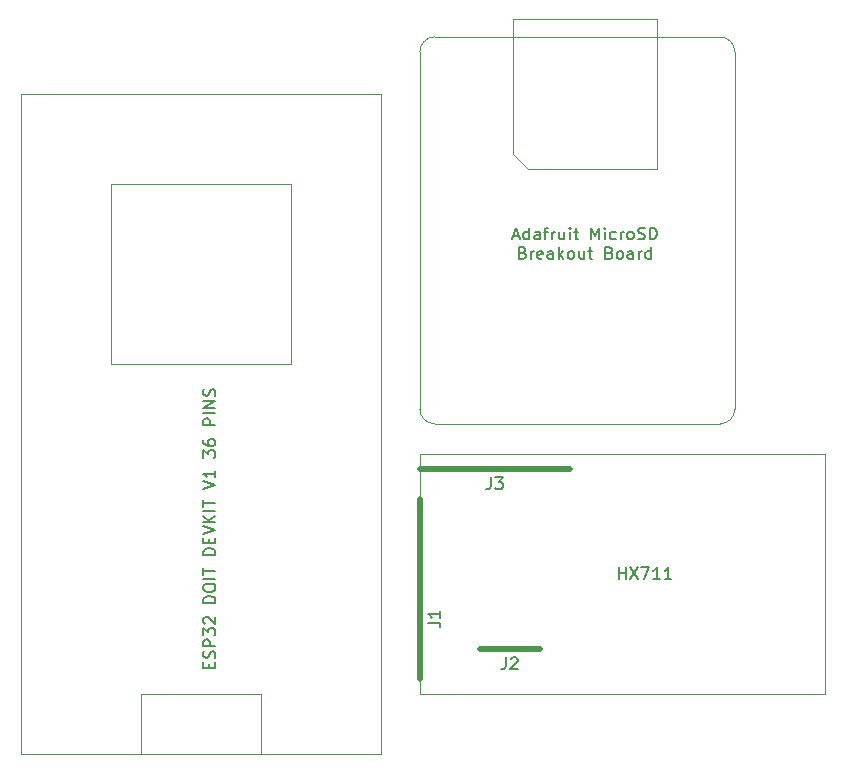
<source format=gbr>
G04 #@! TF.GenerationSoftware,KiCad,Pcbnew,(5.1.0)-1*
G04 #@! TF.CreationDate,2019-07-02T12:10:51+02:00*
G04 #@! TF.ProjectId,LCP,4c43502e-6b69-4636-9164-5f7063625858,rev?*
G04 #@! TF.SameCoordinates,PX60e4b00PY6350ce0*
G04 #@! TF.FileFunction,Legend,Top*
G04 #@! TF.FilePolarity,Positive*
%FSLAX46Y46*%
G04 Gerber Fmt 4.6, Leading zero omitted, Abs format (unit mm)*
G04 Created by KiCad (PCBNEW (5.1.0)-1) date 2019-07-02 12:10:51*
%MOMM*%
%LPD*%
G04 APERTURE LIST*
%ADD10C,0.150000*%
%ADD11C,0.500000*%
%ADD12C,0.120000*%
G04 APERTURE END LIST*
D10*
X41576666Y24677620D02*
X41576666Y23963334D01*
X41529047Y23820477D01*
X41433809Y23725239D01*
X41290952Y23677620D01*
X41195714Y23677620D01*
X41957619Y24677620D02*
X42576666Y24677620D01*
X42243333Y24296667D01*
X42386190Y24296667D01*
X42481428Y24249048D01*
X42529047Y24201429D01*
X42576666Y24106191D01*
X42576666Y23868096D01*
X42529047Y23772858D01*
X42481428Y23725239D01*
X42386190Y23677620D01*
X42100476Y23677620D01*
X42005238Y23725239D01*
X41957619Y23772858D01*
X42846666Y9437620D02*
X42846666Y8723334D01*
X42799047Y8580477D01*
X42703809Y8485239D01*
X42560952Y8437620D01*
X42465714Y8437620D01*
X43275238Y9342381D02*
X43322857Y9390000D01*
X43418095Y9437620D01*
X43656190Y9437620D01*
X43751428Y9390000D01*
X43799047Y9342381D01*
X43846666Y9247143D01*
X43846666Y9151905D01*
X43799047Y9009048D01*
X43227619Y8437620D01*
X43846666Y8437620D01*
X36282380Y12366667D02*
X36996666Y12366667D01*
X37139523Y12319048D01*
X37234761Y12223810D01*
X37282380Y12080953D01*
X37282380Y11985715D01*
X37282380Y13366667D02*
X37282380Y12795239D01*
X37282380Y13080953D02*
X36282380Y13080953D01*
X36425238Y12985715D01*
X36520476Y12890477D01*
X36568095Y12795239D01*
X52419523Y16057620D02*
X52419523Y17057620D01*
X52419523Y16581429D02*
X52990952Y16581429D01*
X52990952Y16057620D02*
X52990952Y17057620D01*
X53371904Y17057620D02*
X54038571Y16057620D01*
X54038571Y17057620D02*
X53371904Y16057620D01*
X54324285Y17057620D02*
X54990952Y17057620D01*
X54562380Y16057620D01*
X55895714Y16057620D02*
X55324285Y16057620D01*
X55610000Y16057620D02*
X55610000Y17057620D01*
X55514761Y16914762D01*
X55419523Y16819524D01*
X55324285Y16771905D01*
X56848095Y16057620D02*
X56276666Y16057620D01*
X56562380Y16057620D02*
X56562380Y17057620D01*
X56467142Y16914762D01*
X56371904Y16819524D01*
X56276666Y16771905D01*
X43458571Y45108334D02*
X43934761Y45108334D01*
X43363333Y44822620D02*
X43696666Y45822620D01*
X44030000Y44822620D01*
X44791904Y44822620D02*
X44791904Y45822620D01*
X44791904Y44870239D02*
X44696666Y44822620D01*
X44506190Y44822620D01*
X44410952Y44870239D01*
X44363333Y44917858D01*
X44315714Y45013096D01*
X44315714Y45298810D01*
X44363333Y45394048D01*
X44410952Y45441667D01*
X44506190Y45489286D01*
X44696666Y45489286D01*
X44791904Y45441667D01*
X45696666Y44822620D02*
X45696666Y45346429D01*
X45649047Y45441667D01*
X45553809Y45489286D01*
X45363333Y45489286D01*
X45268095Y45441667D01*
X45696666Y44870239D02*
X45601428Y44822620D01*
X45363333Y44822620D01*
X45268095Y44870239D01*
X45220476Y44965477D01*
X45220476Y45060715D01*
X45268095Y45155953D01*
X45363333Y45203572D01*
X45601428Y45203572D01*
X45696666Y45251191D01*
X46030000Y45489286D02*
X46410952Y45489286D01*
X46172857Y44822620D02*
X46172857Y45679762D01*
X46220476Y45775000D01*
X46315714Y45822620D01*
X46410952Y45822620D01*
X46744285Y44822620D02*
X46744285Y45489286D01*
X46744285Y45298810D02*
X46791904Y45394048D01*
X46839523Y45441667D01*
X46934761Y45489286D01*
X47030000Y45489286D01*
X47791904Y45489286D02*
X47791904Y44822620D01*
X47363333Y45489286D02*
X47363333Y44965477D01*
X47410952Y44870239D01*
X47506190Y44822620D01*
X47649047Y44822620D01*
X47744285Y44870239D01*
X47791904Y44917858D01*
X48268095Y44822620D02*
X48268095Y45489286D01*
X48268095Y45822620D02*
X48220476Y45775000D01*
X48268095Y45727381D01*
X48315714Y45775000D01*
X48268095Y45822620D01*
X48268095Y45727381D01*
X48601428Y45489286D02*
X48982380Y45489286D01*
X48744285Y45822620D02*
X48744285Y44965477D01*
X48791904Y44870239D01*
X48887142Y44822620D01*
X48982380Y44822620D01*
X50077619Y44822620D02*
X50077619Y45822620D01*
X50410952Y45108334D01*
X50744285Y45822620D01*
X50744285Y44822620D01*
X51220476Y44822620D02*
X51220476Y45489286D01*
X51220476Y45822620D02*
X51172857Y45775000D01*
X51220476Y45727381D01*
X51268095Y45775000D01*
X51220476Y45822620D01*
X51220476Y45727381D01*
X52125238Y44870239D02*
X52029999Y44822620D01*
X51839523Y44822620D01*
X51744285Y44870239D01*
X51696666Y44917858D01*
X51649047Y45013096D01*
X51649047Y45298810D01*
X51696666Y45394048D01*
X51744285Y45441667D01*
X51839523Y45489286D01*
X52029999Y45489286D01*
X52125238Y45441667D01*
X52553809Y44822620D02*
X52553809Y45489286D01*
X52553809Y45298810D02*
X52601428Y45394048D01*
X52649047Y45441667D01*
X52744285Y45489286D01*
X52839523Y45489286D01*
X53315714Y44822620D02*
X53220476Y44870239D01*
X53172857Y44917858D01*
X53125238Y45013096D01*
X53125238Y45298810D01*
X53172857Y45394048D01*
X53220476Y45441667D01*
X53315714Y45489286D01*
X53458571Y45489286D01*
X53553809Y45441667D01*
X53601428Y45394048D01*
X53649047Y45298810D01*
X53649047Y45013096D01*
X53601428Y44917858D01*
X53553809Y44870239D01*
X53458571Y44822620D01*
X53315714Y44822620D01*
X54029999Y44870239D02*
X54172857Y44822620D01*
X54410952Y44822620D01*
X54506190Y44870239D01*
X54553809Y44917858D01*
X54601428Y45013096D01*
X54601428Y45108334D01*
X54553809Y45203572D01*
X54506190Y45251191D01*
X54410952Y45298810D01*
X54220476Y45346429D01*
X54125238Y45394048D01*
X54077619Y45441667D01*
X54029999Y45536905D01*
X54029999Y45632143D01*
X54077619Y45727381D01*
X54125238Y45775000D01*
X54220476Y45822620D01*
X54458571Y45822620D01*
X54601428Y45775000D01*
X55029999Y44822620D02*
X55029999Y45822620D01*
X55268095Y45822620D01*
X55410952Y45775000D01*
X55506190Y45679762D01*
X55553809Y45584524D01*
X55601428Y45394048D01*
X55601428Y45251191D01*
X55553809Y45060715D01*
X55506190Y44965477D01*
X55410952Y44870239D01*
X55268095Y44822620D01*
X55029999Y44822620D01*
X44268095Y43696429D02*
X44410952Y43648810D01*
X44458571Y43601191D01*
X44506190Y43505953D01*
X44506190Y43363096D01*
X44458571Y43267858D01*
X44410952Y43220239D01*
X44315714Y43172620D01*
X43934761Y43172620D01*
X43934761Y44172620D01*
X44268095Y44172620D01*
X44363333Y44125000D01*
X44410952Y44077381D01*
X44458571Y43982143D01*
X44458571Y43886905D01*
X44410952Y43791667D01*
X44363333Y43744048D01*
X44268095Y43696429D01*
X43934761Y43696429D01*
X44934761Y43172620D02*
X44934761Y43839286D01*
X44934761Y43648810D02*
X44982380Y43744048D01*
X45030000Y43791667D01*
X45125238Y43839286D01*
X45220476Y43839286D01*
X45934761Y43220239D02*
X45839523Y43172620D01*
X45649047Y43172620D01*
X45553809Y43220239D01*
X45506190Y43315477D01*
X45506190Y43696429D01*
X45553809Y43791667D01*
X45649047Y43839286D01*
X45839523Y43839286D01*
X45934761Y43791667D01*
X45982380Y43696429D01*
X45982380Y43601191D01*
X45506190Y43505953D01*
X46839523Y43172620D02*
X46839523Y43696429D01*
X46791904Y43791667D01*
X46696666Y43839286D01*
X46506190Y43839286D01*
X46410952Y43791667D01*
X46839523Y43220239D02*
X46744285Y43172620D01*
X46506190Y43172620D01*
X46410952Y43220239D01*
X46363333Y43315477D01*
X46363333Y43410715D01*
X46410952Y43505953D01*
X46506190Y43553572D01*
X46744285Y43553572D01*
X46839523Y43601191D01*
X47315714Y43172620D02*
X47315714Y44172620D01*
X47410952Y43553572D02*
X47696666Y43172620D01*
X47696666Y43839286D02*
X47315714Y43458334D01*
X48268095Y43172620D02*
X48172857Y43220239D01*
X48125238Y43267858D01*
X48077619Y43363096D01*
X48077619Y43648810D01*
X48125238Y43744048D01*
X48172857Y43791667D01*
X48268095Y43839286D01*
X48410952Y43839286D01*
X48506190Y43791667D01*
X48553809Y43744048D01*
X48601428Y43648810D01*
X48601428Y43363096D01*
X48553809Y43267858D01*
X48506190Y43220239D01*
X48410952Y43172620D01*
X48268095Y43172620D01*
X49458571Y43839286D02*
X49458571Y43172620D01*
X49030000Y43839286D02*
X49030000Y43315477D01*
X49077619Y43220239D01*
X49172857Y43172620D01*
X49315714Y43172620D01*
X49410952Y43220239D01*
X49458571Y43267858D01*
X49791904Y43839286D02*
X50172857Y43839286D01*
X49934761Y44172620D02*
X49934761Y43315477D01*
X49982380Y43220239D01*
X50077619Y43172620D01*
X50172857Y43172620D01*
X51601428Y43696429D02*
X51744285Y43648810D01*
X51791904Y43601191D01*
X51839523Y43505953D01*
X51839523Y43363096D01*
X51791904Y43267858D01*
X51744285Y43220239D01*
X51649047Y43172620D01*
X51268095Y43172620D01*
X51268095Y44172620D01*
X51601428Y44172620D01*
X51696666Y44125000D01*
X51744285Y44077381D01*
X51791904Y43982143D01*
X51791904Y43886905D01*
X51744285Y43791667D01*
X51696666Y43744048D01*
X51601428Y43696429D01*
X51268095Y43696429D01*
X52410952Y43172620D02*
X52315714Y43220239D01*
X52268095Y43267858D01*
X52220476Y43363096D01*
X52220476Y43648810D01*
X52268095Y43744048D01*
X52315714Y43791667D01*
X52410952Y43839286D01*
X52553809Y43839286D01*
X52649047Y43791667D01*
X52696666Y43744048D01*
X52744285Y43648810D01*
X52744285Y43363096D01*
X52696666Y43267858D01*
X52649047Y43220239D01*
X52553809Y43172620D01*
X52410952Y43172620D01*
X53601428Y43172620D02*
X53601428Y43696429D01*
X53553809Y43791667D01*
X53458571Y43839286D01*
X53268095Y43839286D01*
X53172857Y43791667D01*
X53601428Y43220239D02*
X53506190Y43172620D01*
X53268095Y43172620D01*
X53172857Y43220239D01*
X53125238Y43315477D01*
X53125238Y43410715D01*
X53172857Y43505953D01*
X53268095Y43553572D01*
X53506190Y43553572D01*
X53601428Y43601191D01*
X54077619Y43172620D02*
X54077619Y43839286D01*
X54077619Y43648810D02*
X54125238Y43744048D01*
X54172857Y43791667D01*
X54268095Y43839286D01*
X54363333Y43839286D01*
X55125238Y43172620D02*
X55125238Y44172620D01*
X55125238Y43220239D02*
X55030000Y43172620D01*
X54839523Y43172620D01*
X54744285Y43220239D01*
X54696666Y43267858D01*
X54649047Y43363096D01*
X54649047Y43648810D01*
X54696666Y43744048D01*
X54744285Y43791667D01*
X54839523Y43839286D01*
X55030000Y43839286D01*
X55125238Y43791667D01*
X17708571Y8534286D02*
X17708571Y8867620D01*
X18232380Y9010477D02*
X18232380Y8534286D01*
X17232380Y8534286D01*
X17232380Y9010477D01*
X18184761Y9391429D02*
X18232380Y9534286D01*
X18232380Y9772381D01*
X18184761Y9867620D01*
X18137142Y9915239D01*
X18041904Y9962858D01*
X17946666Y9962858D01*
X17851428Y9915239D01*
X17803809Y9867620D01*
X17756190Y9772381D01*
X17708571Y9581905D01*
X17660952Y9486667D01*
X17613333Y9439048D01*
X17518095Y9391429D01*
X17422857Y9391429D01*
X17327619Y9439048D01*
X17280000Y9486667D01*
X17232380Y9581905D01*
X17232380Y9820000D01*
X17280000Y9962858D01*
X18232380Y10391429D02*
X17232380Y10391429D01*
X17232380Y10772381D01*
X17280000Y10867620D01*
X17327619Y10915239D01*
X17422857Y10962858D01*
X17565714Y10962858D01*
X17660952Y10915239D01*
X17708571Y10867620D01*
X17756190Y10772381D01*
X17756190Y10391429D01*
X17232380Y11296191D02*
X17232380Y11915239D01*
X17613333Y11581905D01*
X17613333Y11724762D01*
X17660952Y11820000D01*
X17708571Y11867620D01*
X17803809Y11915239D01*
X18041904Y11915239D01*
X18137142Y11867620D01*
X18184761Y11820000D01*
X18232380Y11724762D01*
X18232380Y11439048D01*
X18184761Y11343810D01*
X18137142Y11296191D01*
X17327619Y12296191D02*
X17280000Y12343810D01*
X17232380Y12439048D01*
X17232380Y12677143D01*
X17280000Y12772381D01*
X17327619Y12820000D01*
X17422857Y12867620D01*
X17518095Y12867620D01*
X17660952Y12820000D01*
X18232380Y12248572D01*
X18232380Y12867620D01*
X18232380Y14058096D02*
X17232380Y14058096D01*
X17232380Y14296191D01*
X17280000Y14439048D01*
X17375238Y14534286D01*
X17470476Y14581905D01*
X17660952Y14629524D01*
X17803809Y14629524D01*
X17994285Y14581905D01*
X18089523Y14534286D01*
X18184761Y14439048D01*
X18232380Y14296191D01*
X18232380Y14058096D01*
X17232380Y15248572D02*
X17232380Y15439048D01*
X17280000Y15534286D01*
X17375238Y15629524D01*
X17565714Y15677143D01*
X17899047Y15677143D01*
X18089523Y15629524D01*
X18184761Y15534286D01*
X18232380Y15439048D01*
X18232380Y15248572D01*
X18184761Y15153334D01*
X18089523Y15058096D01*
X17899047Y15010477D01*
X17565714Y15010477D01*
X17375238Y15058096D01*
X17280000Y15153334D01*
X17232380Y15248572D01*
X18232380Y16105715D02*
X17232380Y16105715D01*
X17232380Y16439048D02*
X17232380Y17010477D01*
X18232380Y16724762D02*
X17232380Y16724762D01*
X18232380Y18105715D02*
X17232380Y18105715D01*
X17232380Y18343810D01*
X17280000Y18486667D01*
X17375238Y18581905D01*
X17470476Y18629524D01*
X17660952Y18677143D01*
X17803809Y18677143D01*
X17994285Y18629524D01*
X18089523Y18581905D01*
X18184761Y18486667D01*
X18232380Y18343810D01*
X18232380Y18105715D01*
X17708571Y19105715D02*
X17708571Y19439048D01*
X18232380Y19581905D02*
X18232380Y19105715D01*
X17232380Y19105715D01*
X17232380Y19581905D01*
X17232380Y19867620D02*
X18232380Y20200953D01*
X17232380Y20534286D01*
X18232380Y20867620D02*
X17232380Y20867620D01*
X18232380Y21439048D02*
X17660952Y21010477D01*
X17232380Y21439048D02*
X17803809Y20867620D01*
X18232380Y21867620D02*
X17232380Y21867620D01*
X17232380Y22200953D02*
X17232380Y22772381D01*
X18232380Y22486667D02*
X17232380Y22486667D01*
X17232380Y23724762D02*
X18232380Y24058096D01*
X17232380Y24391429D01*
X18232380Y25248572D02*
X18232380Y24677143D01*
X18232380Y24962858D02*
X17232380Y24962858D01*
X17375238Y24867620D01*
X17470476Y24772381D01*
X17518095Y24677143D01*
X17232380Y26343810D02*
X17232380Y26962858D01*
X17613333Y26629524D01*
X17613333Y26772381D01*
X17660952Y26867620D01*
X17708571Y26915239D01*
X17803809Y26962858D01*
X18041904Y26962858D01*
X18137142Y26915239D01*
X18184761Y26867620D01*
X18232380Y26772381D01*
X18232380Y26486667D01*
X18184761Y26391429D01*
X18137142Y26343810D01*
X17232380Y27820000D02*
X17232380Y27629524D01*
X17280000Y27534286D01*
X17327619Y27486667D01*
X17470476Y27391429D01*
X17660952Y27343810D01*
X18041904Y27343810D01*
X18137142Y27391429D01*
X18184761Y27439048D01*
X18232380Y27534286D01*
X18232380Y27724762D01*
X18184761Y27820000D01*
X18137142Y27867620D01*
X18041904Y27915239D01*
X17803809Y27915239D01*
X17708571Y27867620D01*
X17660952Y27820000D01*
X17613333Y27724762D01*
X17613333Y27534286D01*
X17660952Y27439048D01*
X17708571Y27391429D01*
X17803809Y27343810D01*
X18232380Y29105715D02*
X17232380Y29105715D01*
X17232380Y29486667D01*
X17280000Y29581905D01*
X17327619Y29629524D01*
X17422857Y29677143D01*
X17565714Y29677143D01*
X17660952Y29629524D01*
X17708571Y29581905D01*
X17756190Y29486667D01*
X17756190Y29105715D01*
X18232380Y30105715D02*
X17232380Y30105715D01*
X18232380Y30581905D02*
X17232380Y30581905D01*
X18232380Y31153334D01*
X17232380Y31153334D01*
X18184761Y31581905D02*
X18232380Y31724762D01*
X18232380Y31962858D01*
X18184761Y32058096D01*
X18137142Y32105715D01*
X18041904Y32153334D01*
X17946666Y32153334D01*
X17851428Y32105715D01*
X17803809Y32058096D01*
X17756190Y31962858D01*
X17708571Y31772381D01*
X17660952Y31677143D01*
X17613333Y31629524D01*
X17518095Y31581905D01*
X17422857Y31581905D01*
X17327619Y31629524D01*
X17280000Y31677143D01*
X17232380Y31772381D01*
X17232380Y32010477D01*
X17280000Y32153334D01*
D11*
X40640000Y10160000D02*
X45720000Y10160000D01*
X35560000Y22860000D02*
X35560000Y7620000D01*
X48260000Y25400000D02*
X35560000Y25400000D01*
D12*
X1778000Y57150000D02*
X32258000Y57150000D01*
X32258000Y57150000D02*
X32258000Y1270000D01*
X32258000Y1270000D02*
X1778000Y1270000D01*
X1778000Y1270000D02*
X1778000Y57150000D01*
X11938000Y1270000D02*
X11938000Y6350000D01*
X11938000Y6350000D02*
X22098000Y6350000D01*
X22098000Y6350000D02*
X22098000Y1270000D01*
X9398000Y49530000D02*
X9398000Y34290000D01*
X9398000Y34290000D02*
X24638000Y34290000D01*
X24638000Y34290000D02*
X24638000Y49530000D01*
X24638000Y49530000D02*
X9398000Y49530000D01*
X35560000Y6350000D02*
X35560000Y26670000D01*
X35560000Y6350000D02*
X69850000Y6350000D01*
X69850000Y6350000D02*
X69850000Y26670000D01*
X69850000Y26670000D02*
X35560000Y26670000D01*
X60960000Y29210000D02*
X36830000Y29210000D01*
X35560000Y30480000D02*
X35560000Y60706000D01*
X36830000Y61976000D02*
X60960000Y61976000D01*
X62230000Y60706000D02*
X62230000Y30480000D01*
X55626000Y63500000D02*
X43434000Y63500000D01*
X43434000Y63500000D02*
X43434000Y52070000D01*
X44704000Y50800000D02*
X55626000Y50800000D01*
X55626000Y50800000D02*
X55626000Y63500000D01*
X44704000Y50800000D02*
X43434000Y52070000D01*
X60960000Y61976000D02*
G75*
G02X62230000Y60706000I0J-1270000D01*
G01*
X35560000Y60706000D02*
G75*
G02X36830000Y61976000I1270000J0D01*
G01*
X36830000Y29210000D02*
G75*
G02X35560000Y30480000I0J1270000D01*
G01*
X62230000Y30480000D02*
G75*
G02X60960000Y29210000I-1270000J0D01*
G01*
M02*

</source>
